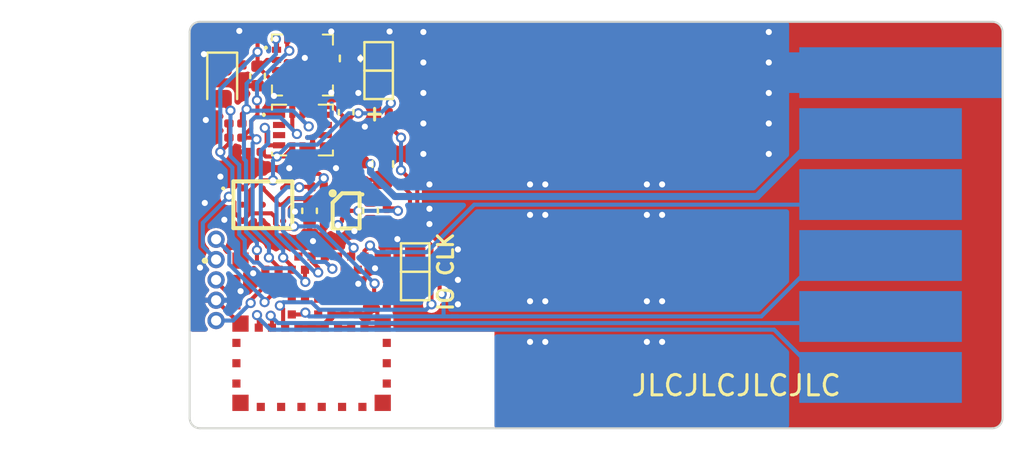
<source format=kicad_pcb>
(kicad_pcb (version 20211014) (generator pcbnew)
  (layers (0 "F.Cu" signal) (31 "B.Cu" signal) (34 "B.Paste" user) (35 "F.Paste" user) (36 "B.SilkS" user "B.Silkscreen") (37 "F.SilkS" user "F.Silkscreen") (38 "B.Mask" user) (39 "F.Mask" user) (44 "Edge.Cuts" user))
  (net 0 "")
  (net 1 "GND")
  (net 4 "SWDIO")
  (net 5 "SWDCLK")
  (net 9 "ADCBAT")
  (net 10 "ADCBATEN")
  (net 11 "LED")
  (net 13 "RST")
  (net 14 "CHGSTAT")
  (net 39 "VDD")
  (net 40 "VBUS")
  (net 41 "VBAT")
  (net 43 "Net-(IC1-Pad20)")
  (net 44 "INT")
  (net 45 "SCL")
  (net 46 "SDA")
  (net 47 "D+")
  (net 49 "D-")
  (net 50 "Dock")
  (net 51 "INT2")
  (net 52 "Net-(C13-Pad1)")
  (net 53 "SDAAUX")
  (net 54 "SCLAUX")
  (net 55 "Net-(D2-Pad2)")
  (net 60 "Net-(IC2-PadB1)")
  (net 61 "Net-(IC2-PadB2)")
  (net 70 "Net-(R9-Pad1)")
  (footprint "Capacitor_SMD:C_0201_0603Metric" (layer "F.Cu") (at 180.8 74.1)
    (fp_text reference "C10" hide)
    (fp_text value "0.1uF")
  )
  (footprint "Capacitor_SMD:C_0402_1005Metric" (layer "F.Cu") (at 181.9 77.8 -90)
    (fp_text reference "C4" hide)
    (fp_text value "1uF" hide)
  )
  (footprint "Resistor_SMD:R_0201_0603Metric" (layer "F.Cu") (at 179 76.3 -90)
    (fp_text reference "R8" hide)
    (fp_text value "510K")
  )
  (footprint "Capacitor_SMD:C_0603_1608Metric" (layer "F.Cu") (at 180.9 70.3 90)
    (fp_text reference "C13" hide)
    (fp_text value "10uF")
  )
  (footprint "Capacitor_SMD:C_0402_1005Metric" (layer "F.Cu") (at 176.341 71.164 -90)
    (fp_text reference "C12" hide)
    (fp_text value "1uF")
  )
  (footprint "Capacitor_SMD:C_0201_0603Metric" (layer "F.Cu") (at 176.2 74.9 180)
    (fp_text reference "C9" hide)
    (fp_text value "10nF")
  )
  (footprint "LED_SMD:LED_0603_1608Metric" (layer "F.Cu") (at 174.600002 71.5 -90)
    (fp_text reference "D1" hide)
    (fp_text value "LED")
  )
  (footprint "SamacSys_Parts:MMC5983MA" (layer "F.Cu") (at 178.55 70.625 90)
    (fp_text reference "IC3" hide)
    (fp_text value "MMC5983MA" hide)
  )
  (footprint "SamacSys_Parts:ISP1807LRRS" (layer "F.Cu") (at 179 83.75)
    (fp_text reference "IC1" hide)
    (fp_text value "ISP1807-LR-RS" hide)
  )
  (footprint "TestPoint:TestPoint_Pad_1.0x1.0mm" (layer "F.Cu") (at 184.1 81.5)
    (fp_text reference "TP9" hide)
    (fp_text value "TestPoint" hide)
  )
  (footprint "Resistor_SMD:R_0201_0603Metric" (layer "F.Cu") (at 182.8 73.3 -90)
    (fp_text reference "R10" hide)
    (fp_text value "10K")
  )
  (footprint "Capacitor_SMD:C_0402_1005Metric" (layer "F.Cu") (at 178.9 77.8 90)
    (fp_text reference "C3" hide)
    (fp_text value "1uF" hide)
  )
  (footprint "TestPoint:TestPoint_Pad_1.0x1.0mm" (layer "F.Cu") (at 182.3 70.2)
    (fp_text reference "TP2" hide)
    (fp_text value "TestPoint" hide)
  )
  (footprint "SamacSys_Parts:TPS82740ASIPR" (layer "F.Cu") (at 176.6 77.5)
    (fp_text reference "PS1" hide)
    (fp_text value "TPS82740ASIPR" hide)
  )
  (footprint "Resistor_SMD:R_0201_0603Metric" (layer "F.Cu") (at 175.6 70.3 90)
    (fp_text reference "R9" hide)
    (fp_text value "10")
  )
  (footprint "Resistor_SMD:R_0201_0603Metric" (layer "F.Cu") (at 175.25 74.2)
    (fp_text reference "R4" hide)
    (fp_text value "2.7K" hide)
  )
  (footprint "TestPoint:TestPoint_Pad_1.0x1.0mm" (layer "F.Cu") (at 182.3 71.6)
    (fp_text reference "TP1" hide)
    (fp_text value "TestPoint" hide)
  )
  (footprint "Resistor_SMD:R_0201_0603Metric" (layer "F.Cu") (at 179.6 78.2 90)
    (fp_text reference "R1" hide)
    (fp_text value "10K" hide)
  )
  (footprint "Resistor_SMD:R_0201_0603Metric" (layer "F.Cu") (at 179.6 76.9 90)
    (fp_text reference "R7" hide)
    (fp_text value "1M")
  )
  (footprint "Resistor_SMD:R_0201_0603Metric" (layer "F.Cu") (at 175.25 73.5)
    (fp_text reference "R5" hide)
    (fp_text value "2.7K" hide)
  )
  (footprint "TestPoint:TestPoint_Pad_1.0x1.0mm" (layer "F.Cu") (at 184.1 80.1)
    (fp_text reference "TP10" hide)
    (fp_text value "TestPoint" hide)
  )
  (footprint "Diode_SMD:D_0402_1005Metric" (layer "F.Cu") (at 181.5 75.9 90)
    (fp_text reference "D2" hide)
    (fp_text value "D")
  )
  (footprint "Capacitor_SMD:C_0603_1608Metric" (layer "F.Cu") (at 182.5 75.5 90)
    (fp_text reference "C8" hide)
    (fp_text value "4.7uF")
  )
  (footprint "SamacSys_Parts:BGA6C40P2X3_88X158X50" (layer "F.Cu") (at 180.7 77.8)
    (fp_text reference "IC2" hide)
    (fp_text value "BQ25101YFPR" hide)
  )
  (footprint "Resistor_SMD:R_0201_0603Metric" (layer "F.Cu") (at 182.7 78 -90)
    (fp_text reference "R2" hide)
    (fp_text value "540" hide)
  )
  (footprint "Capacitor_SMD:C_0402_1005Metric" (layer "F.Cu") (at 180.7 72.95 90)
    (fp_text reference "C11" hide)
    (fp_text value "2.2uF")
  )
  (footprint "Connector_PinHeader_1.00mm:PinHeader_1x05_P1.00mm_Horizontal" (layer "F.Cu") (at 174.3 83.2 180)
    (fp_text reference "J1" hide)
    (fp_text value "Conn_01x05_Male")
  )
  (footprint "SamacSys_Parts:IIM42352" (layer "F.Cu") (at 178.55 73.825)
    (fp_text reference "AC2" hide)
    (fp_text value "ICM-42688-V" hide)
  )
  (footprint "TestPoint:TestPoint_Pad_1.0x1.0mm" (layer "B.Cu") (at 208 71)
    (fp_text reference "TP3" hide)
    (fp_text value "TestPoint" hide)
  )
  (footprint "TestPoint:TestPoint_Pad_1.0x1.0mm" (layer "B.Cu") (at 207 77)
    (fp_text reference "TP5" hide)
    (fp_text value "TestPoint" hide)
  )
  (footprint "TestPoint:TestPoint_Pad_1.0x1.0mm" (layer "B.Cu") (at 207 86)
    (fp_text reference "TP8" hide)
    (fp_text value "TestPoint" hide)
  )
  (footprint "TestPoint:TestPoint_Pad_1.0x1.0mm" (layer "B.Cu") (at 207 80)
    (fp_text reference "TP6" hide)
    (fp_text value "TestPoint" hide)
  )
  (footprint "TestPoint:TestPoint_Pad_1.0x1.0mm" (layer "B.Cu") (at 207 83)
    (fp_text reference "TP7" hide)
    (fp_text value "TestPoint" hide)
  )
  (footprint "TestPoint:TestPoint_Pad_1.0x1.0mm" (layer "B.Cu") (at 207 74)
    (fp_text reference "TP4" hide)
    (fp_text value "TestPoint" hide)
  )
  (gr_line (start 173.5 88.5) (end 212.5 88.5) (layer "Edge.Cuts") (width 0.1))
  (gr_line (start 213 88) (end 213 69) (layer "Edge.Cuts") (width 0.1))
  (gr_arc (start 173 69) (mid 173.146447 68.646447) (end 173.5 68.5) (layer "Edge.Cuts") (width 0.1))
  (gr_arc (start 213 88) (mid 212.853553 88.353553) (end 212.5 88.5) (layer "Edge.Cuts") (width 0.1))
  (gr_line (start 212.5 68.5) (end 173.5 68.5) (layer "Edge.Cuts") (width 0.1))
  (gr_arc (start 212.5 68.5) (mid 212.853553 68.646447) (end 213 69) (layer "Edge.Cuts") (width 0.1))
  (gr_line (start 173 69) (end 173 88) (layer "Edge.Cuts") (width 0.1))
  (gr_arc (start 173.5 88.5) (mid 173.146447 88.353553) (end 173 88) (layer "Edge.Cuts") (width 0.1))
  (gr_text "+" (at 182.1 73.1 180) (layer "F.SilkS") (effects (font (size 0.75 0.75))))
  (gr_text "JLCJLCJLCJLC" (at 199.9 86.4) (layer "F.SilkS") (effects (font (size 1 1))))
  (gr_text "IO CLK" (at 185.6 80.8 90) (layer "F.SilkS") (effects (font (size 0.75 0.75))))
  (segment (start 180.7 72.1) (end 180.7 72.47) (width 0.2) (layer "F.Cu") (net 1))
  (segment (start 175.513 80.25) (end 176.14 80.877) (width 0.2) (layer "F.Cu") (net 1))
  (segment (start 181.12 74.1) (end 181.562 73.658) (width 0.2) (layer "F.Cu") (net 1))
  (segment (start 181.6 83.55) (end 182.3 83.55) (width 0.2) (layer "F.Cu") (net 1))
  (segment (start 179.825 71.375) (end 179.975 71.375) (width 0.2) (layer "F.Cu") (net 1))
  (segment (start 182.121 80.629) (end 181.906 80.844) (width 0.2) (layer "F.Cu") (net 1))
  (segment (start 179.975 83.064) (end 179.975 82.9) (width 0.3) (layer "F.Cu") (net 1))
  (segment (start 180.4375 71.8375) (end 180.7 72.1) (width 0.2) (layer "F.Cu") (net 1))
  (segment (start 181.6 83.55) (end 181.6 83.225) (width 0.2) (layer "F.Cu") (net 1))
  (segment (start 175.5 83.35) (end 175.45 83.35) (width 0.2) (layer "F.Cu") (net 1))
  (segment (start 175.5 80.25) (end 175.513 80.25) (width 0.2) (layer "F.Cu") (net 1))
  (segment (start 180.9 78.2) (end 181.1 78.4) (width 0.25) (layer "F.Cu") (net 1))
  (segment (start 181.12 74.1) (end 181.12 74.18) (width 0.2) (layer "F.Cu") (net 1))
  (segment (start 175.602 69.978) (end 175.6 69.98) (width 0.2) (layer "F.Cu") (net 1))
  (segment (start 179.65 83.389) (end 179.65 83.55) (width 0.3) (layer "F.Cu") (net 1))
  (segment (start 178.181 77.837) (end 178.457 77.837) (width 0.2) (layer "F.Cu") (net 1))
  (segment (start 181.906 80.844) (end 181.906 80.859) (width 0.2) (layer "F.Cu") (net 1))
  (segment (start 181.562 73.658) (end 181.621 73.658) (width 0.2) (layer "F.Cu") (net 1))
  (segment (start 179.975 71.375) (end 180.4375 71.8375) (width 0.2) (layer "F.Cu") (net 1))
  (segment (start 181.1 78.79) (end 181.106 78.796) (width 0.25) (layer "F.Cu") (net 1))
  (segment (start 182.5 83.35) (end 182.236 83.086) (width 0.2) (layer "F.Cu") (net 1))
  (segment (start 181.1 78.4) (end 181.6 78.4) (width 0.25) (layer "F.Cu") (net 1))
  (segment (start 182.243 83.093) (end 182.5 83.35) (width 0.2) (layer "F.Cu") (net 1))
  (segment (start 179.975 82.9) (end 180.625 82.9) (width 0.2) (layer "F.Cu") (net 1))
  (segment (start 180.7 72.52) (end 180.68 72.52) (width 0.2) (layer "F.Cu") (net 1))
  (segment (start 182.5 80.25) (end 182.121 80.629) (width 0.2) (layer "F.Cu") (net 1))
  (segment (start 182.3 83.55) (end 182.5 83.35) (width 0.2) (layer "F.Cu") (net 1))
  (segment (start 181.805 83.093) (end 182.243 83.093) (width 0.2) (layer "F.Cu") (net 1))
  (segment (start 178.457 77.837) (end 178.9 78.28) (width 0.2) (layer "F.Cu") (net 1))
  (segment (start 181.1 78.4) (end 181.1 78.79) (width 0.25) (layer "F.Cu") (net 1))
  (segment (start 179.8245 83.2145) (end 179.65 83.389) (width 0.3) (layer "F.Cu") (net 1))
  (segment (start 179.919 72.356) (end 179.088 72.356) (width 0.2) (layer "F.Cu") (net 1))
  (segment (start 181.12 74.18) (end 180.6 74.7) (width 0.2) (layer "F.Cu") (net 1))
  (segment (start 179.8245 83.2145) (end 179.975 83.064) (width 0.3) (layer "F.Cu") (net 1))
  (segment (start 181.6 83.225) (end 181.275 82.9) (width 0.2) (layer "F.Cu") (net 1))
  (segment (start 180.7 72.52) (end 180.7 72.6) (width 0.2) (layer "F.Cu") (net 1))
  (segment (start 175.45 83.35) (end 174.3 82.2) (width 0.2) (layer "F.Cu") (net 1))
  (segment (start 182.236 83.086) (end 182.236 82.642) (width 0.2) (layer "F.Cu") (net 1))
  (via (at 177.147 72.145) (size 0.5) (drill 0.3) (layers "F.Cu" "B.Cu") (net 1))
  (via (at 184.8 78.45) (size 0.5) (drill 0.3) (layers "F.Cu" "B.Cu") (net 1))
  (via (at 174.512 76.119) (size 0.5) (drill 0.3) (layers "F.Cu" "B.Cu") (net 1))
  (via (at 184.5 73.5) (size 0.5) (drill 0.3) (layers "F.Cu" "B.Cu") (net 1))
  (via (at 173.509 80.595) (size 0.5) (drill 0.3) (layers "F.Cu" "B.Cu") (net 1))
  (via (at 190.5 82.25) (size 0.5) (drill 0.3) (layers "F.Cu" "B.Cu") (net 1))
  (via (at 177.9 75.7) (size 0.5) (drill 0.3) (layers "F.Cu" "B.Cu") (net 1))
  (via (at 179.967 68.975) (size 0.5) (drill 0.3) (layers "F.Cu" "B.Cu") (net 1))
  (via (at 181.3 72) (size 0.5) (drill 0.3) (layers "F.Cu" "B.Cu") (net 1))
  (via (at 189.75 82.25) (size 0.5) (drill 0.3) (layers "F.Cu" "B.Cu") (net 1))
  (via (at 195.5 78) (size 0.5) (drill 0.3) (layers "F.Cu" "B.Cu") (net 1))
  (via (at 181.621 73.658) (size 0.5) (drill 0.3) (layers "F.Cu" "B.Cu") (net 1))
  (via (at 186.2 81.2) (size 0.5) (drill 0.3) (layers "F.Cu" "B.Cu") (net 1))
  (via (at 190.5 76.5) (size 0.5) (drill 0.3) (layers "F.Cu" "B.Cu") (net 1))
  (via (at 196.25 76.5) (size 0.5) (drill 0.3) (layers "F.Cu" "B.Cu") (net 1))
  (via (at 184.5 75) (size 0.5) (drill 0.3) (layers "F.Cu" "B.Cu") (net 1))
  (via (at 183.222 79.192) (size 0.5) (drill 0.3) (layers "F.Cu" "B.Cu") (net 1))
  (via (at 173.702 70.09) (size 0.5) (drill 0.3) (layers "F.Cu" "B.Cu") (net 1))
  (via (at 182.838 68.975) (size 0.5) (drill 0.3) (layers "F.Cu" "B.Cu") (net 1))
  (via (at 180.2 75.7) (size 0.5) (drill 0.3) (layers "F.Cu" "B.Cu") (net 1))
  (via (at 173.794 73.331) (size 0.5) (drill 0.3) (layers "F.Cu" "B.Cu") (net 1))
  (via (at 182.121 80.629) (size 0.5) (drill 0.3) (layers "F.Cu" "B.Cu") (net 1))
  (via (at 196.25 78) (size 0.5) (drill 0.3) (layers "F.Cu" "B.Cu") (net 1))
  (via (at 181.297 81.391) (size 0.5) (drill 0.3) (layers "F.Cu" "B.Cu") (net 1))
  (via (at 186.2 82.4) (size 0.5) (drill 0.3) (layers "F.Cu" "B.Cu") (net 1))
  (via (at 201.5 69) (size 0.5) (drill 0.3) (layers "F.Cu" "B.Cu") (net 1))
  (via (at 189.75 78) (size 0.5) (drill 0.3) (layers "F.Cu" "B.Cu") (net 1))
  (via (at 173.744 77.413) (size 0.5) (drill 0.3) (layers "F.Cu" "B.Cu") (net 1))
  (via (at 184.8 77.7) (size 0.5) (drill 0.3) (layers "F.Cu" "B.Cu") (net 1))
  (via (at 178.181 77.837) (size 0.5) (drill 0.3) (layers "F.Cu" "B.Cu") (net 1))
  (via (at 201.5 75) (size 0.5) (drill 0.3) (layers "F.Cu" "B.Cu") (net 1))
  (via (at 201.5 72) (size 0.5) (drill 0.3) (layers "F.Cu" "B.Cu") (net 1))
  (via (at 196.25 84.25) (size 0.5) (drill 0.3) (layers "F.Cu" "B.Cu") (net 1))
  (via (at 190.5 84.25) (size 0.5) (drill 0.3) (layers "F.Cu" "B.Cu") (net 1))
  (via (at 184.5 70.5) (size 0.5) (drill 0.3) (layers "F.Cu" "B.Cu") (net 1))
  (via (at 195.5 82.25) (size 0.5) (drill 0.3) (layers "F.Cu" "B.Cu") (net 1))
  (via (at 176.125 80.873) (size 0.5) (drill 0.3) (layers "F.Cu" "B.Cu") (net 1))
  (via (at 174.705 78.242) (size 0.5) (drill 0.3) (layers "F.Cu" "B.Cu") (net 1))
  (via (at 196.25 82.25) (size 0.5) (drill 0.3) (layers "F.Cu" "B.Cu") (net 1))
  (via (at 184.5 72) (size 0.5) (drill 0.3) (layers "F.Cu" "B.Cu") (net 1))
  (via (at 179.969 71.987) (size 0.5) (drill 0.3) (layers "F.Cu" "B.Cu") (net 1))
  (via (at 179.068 79.29) (size 0.5) (drill 0.3) (layers "F.Cu" "B.Cu") (net 1))
  (via (at 190.5 78) (size 0.5) (drill 0.3) (layers "F.Cu" "B.Cu") (net 1))
  (via (at 186.2 79.7) (size 0.5) (drill 0.3) (layers "F.Cu" "B.Cu") (net 1))
  (via (at 184.8 76.5) (size 0.5) (drill 0.3) (layers "F.Cu" "B.Cu") (net 1))
  (via (at 189.75 84.25) (size 0.5) (drill 0.3) (layers "F.Cu" "B.Cu") (net 1))
  (via (at 201.5 70.5) (size 0.5) (drill 0.3) (layers "F.Cu" "B.Cu") (net 1))
  (via (at 175.442 68.947) (size 0.5) (drill 0.3) (layers "F.Cu" "B.Cu") (net 1))
  (via (at 175.505 81.753) (size 0.5) (drill 0.3) (layers "F.Cu" "B.Cu") (net 1))
  (via (at 181.106 78.796) (size 0.5) (drill 0.3) (layers "F.Cu" "B.Cu") (net 1))
  (via (at 195.5 76.5) (size 0.5) (drill 0.3) (layers "F.Cu" "B.Cu") (net 1))
  (via (at 181.4 70.3) (size 0.5) (drill 0.3) (layers "F.Cu" "B.Cu") (net 1))
  (via (at 195.5 84.25) (size 0.5) (drill 0.3) (layers "F.Cu" "B.Cu") (net 1))
  (via (at 201.5 73.5) (size 0.5) (drill 0.3) (layers "F.Cu" "B.Cu") (net 1))
  (via (at 178.667 70.274) (size 0.5) (drill 0.3) (layers "F.Cu" "B.Cu") (net 1))
  (via (at 184.5 69) (size 0.5) (drill 0.3) (layers "F.Cu" "B.Cu") (net 1))
  (via (at 189.75 76.5) (size 0.5) (drill 0.3) (layers "F.Cu" "B.Cu") (net 1))
  (segment (start 208 71) (end 200.25 71) (width 2) (layer "B.Cu") (net 1))
  (segment (start 183.8 81.8) (end 184.1 81.5) (width 0.2) (layer "F.Cu") (net 4))
  (segment (start 182.7 81.8) (end 183.8 81.8) (width 0.2) (layer "F.Cu") (net 4))
  (segment (start 182.7 81.15) (end 183.05 81.15) (width 0.2) (layer "F.Cu") (net 5))
  (segment (start 183.05 81.15) (end 184.1 80.1) (width 0.2) (layer "F.Cu") (net 5))
  (segment (start 179.38 75.98) (end 179 75.98) (width 0.2) (layer "F.Cu") (net 9))
  (segment (start 179.6 76.2) (end 179.38 75.98) (width 0.2) (layer "F.Cu") (net 9))
  (segment (start 179.65 80.28) (end 179.65 80.05) (width 0.2) (layer "F.Cu") (net 9))
  (segment (start 180.022 80.652) (end 179.65 80.28) (width 0.2) (layer "F.Cu") (net 9))
  (segment (start 179.6 76.58) (end 179.6 76.2) (width 0.2) (layer "F.Cu") (net 9))
  (via (at 180.022 80.652) (size 0.5) (drill 0.3) (layers "F.Cu" "B.Cu") (net 9))
  (via (at 179.6 76.2) (size 0.5) (drill 0.3) (layers "F.Cu" "B.Cu") (net 9))
  (segment (start 177.599511 77.621489) (end 178.038 77.183) (width 0.2) (layer "B.Cu") (net 9))
  (segment (start 178.038 77.183) (end 178.617 77.183) (width 0.2) (layer "B.Cu") (net 9))
  (segment (start 178.617 77.183) (end 179.6 76.2) (width 0.2) (layer "B.Cu") (net 9))
  (segment (start 179.685 80.315) (end 179.113 80.315) (width 0.2) (layer "B.Cu") (net 9))
  (segment (start 180.022 80.652) (end 179.685 80.315) (width 0.2) (layer "B.Cu") (net 9))
  (segment (start 177.599511 78.801511) (end 177.599511 77.621489) (width 0.2) (layer "B.Cu") (net 9))
  (segment (start 179.113 80.315) (end 177.599511 78.801511) (width 0.2) (layer "B.Cu") (net 9))
  (segment (start 178.413 76.62) (end 178.395 76.638) (width 0.2) (layer "F.Cu") (net 10))
  (segment (start 179 80.273489) (end 179 80.05) (width 0.2) (layer "F.Cu") (net 10))
  (segment (start 179 76.62) (end 178.413 76.62) (width 0.2) (layer "F.Cu") (net 10))
  (segment (start 179.323 80.835) (end 179.323 80.596489) (width 0.2) (layer "F.Cu") (net 10))
  (segment (start 179.323 80.596489) (end 179 80.273489) (width 0.2) (layer "F.Cu") (net 10))
  (via (at 178.395 76.638) (size 0.5) (drill 0.3) (layers "F.Cu" "B.Cu") (net 10))
  (via (at 179.323 80.835) (size 0.5) (drill 0.3) (layers "F.Cu" "B.Cu") (net 10))
  (segment (start 179.17 80.835) (end 177.273 78.938) (width 0.2) (layer "B.Cu") (net 10))
  (segment (start 177.785 76.638) (end 178.395 76.638) (width 0.2) (layer "B.Cu") (net 10))
  (segment (start 177.273 77.15) (end 177.785 76.638) (width 0.2) (layer "B.Cu") (net 10))
  (segment (start 179.323 80.835) (end 179.17 80.835) (width 0.2) (layer "B.Cu") (net 10))
  (segment (start 177.273 78.938) (end 177.273 77.15) (width 0.2) (layer "B.Cu") (net 10))
  (segment (start 174.600002 72.461002) (end 175.008 72.869) (width 0.2) (layer "F.Cu") (net 11))
  (segment (start 174.600002 72.2875) (end 174.600002 72.461002) (width 0.2) (layer "F.Cu") (net 11))
  (segment (start 178.675 80.7) (end 178.675 81.279) (width 0.2) (layer "F.Cu") (net 11))
  (segment (start 178.675 81.279) (end 178.692 81.296) (width 0.2) (layer "F.Cu") (net 11))
  (via (at 175.008 72.869) (size 0.5) (drill 0.3) (layers "F.Cu" "B.Cu") (net 11))
  (via (at 178.692 81.296) (size 0.5) (drill 0.3) (layers "F.Cu" "B.Cu") (net 11))
  (segment (start 176.655 80.625) (end 176.375 80.345) (width 0.2) (layer "B.Cu") (net 11))
  (segment (start 175.438 75.54) (end 175.008 75.11) (width 0.2) (layer "B.Cu") (net 11))
  (segment (start 178.692 81.296) (end 178.021 80.625) (width 0.2) (layer "B.Cu") (net 11))
  (segment (start 178.021 80.625) (end 176.655 80.625) (width 0.2) (layer "B.Cu") (net 11))
  (segment (start 175.713 79.239) (end 175.438 78.964) (width 0.2) (layer "B.Cu") (net 11))
  (segment (start 175.008 75.11) (end 175.008 72.795) (width 0.2) (layer "B.Cu") (net 11))
  (segment (start 175.438 78.964) (end 175.438 75.54) (width 0.2) (layer "B.Cu") (net 11))
  (segment (start 176.161 80.345) (end 175.713 79.897) (width 0.2) (layer "B.Cu") (net 11))
  (segment (start 175.713 79.897) (end 175.713 79.239) (width 0.2) (layer "B.Cu") (net 11))
  (segment (start 176.375 80.345) (end 176.161 80.345) (width 0.2) (layer "B.Cu") (net 11))
  (segment (start 182.8 73.62) (end 182.82 73.62) (width 0.2) (layer "F.Cu") (net 13))
  (segment (start 178.603 82.9) (end 178.692 82.811) (width 0.2) (layer "F.Cu") (net 13))
  (segment (start 178.025 82.9) (end 178.603 82.9) (width 0.2) (layer "F.Cu") (net 13))
  (segment (start 184.873489 78.973489) (end 185.3 79.4) (width 0.2) (layer "F.Cu") (net 13))
  (segment (start 185.3 81.8) (end 185.4 81.9) (width 0.2) (layer "F.Cu") (net 13))
  (segment (start 183.4 75.8) (end 184.2 76.6) (width 0.2) (layer "F.Cu") (net 13))
  (segment (start 182.82 73.62) (end 183.4 74.2) (width 0.2) (layer "F.Cu") (net 13))
  (segment (start 184.573489 78.973489) (end 184.873489 78.973489) (width 0.2) (layer "F.Cu") (net 13))
  (segment (start 184.2 78.6) (end 184.573489 78.973489) (width 0.2) (layer "F.Cu") (net 13))
  (segment (start 185.3 79.4) (end 185.3 81.8) (width 0.2) (layer "F.Cu") (net 13))
  (segment (start 184.2 76.6) (end 184.2 78.6) (width 0.2) (layer "F.Cu") (net 13))
  (via (at 183.4 74.2) (size 0.5) (drill 0.3) (layers "F.Cu" "B.Cu") (net 13))
  (via (at 183.4 75.8) (size 0.5) (drill 0.3) (layers "F.Cu" "B.Cu") (net 13))
  (via (at 178.692 82.811) (size 0.5) (drill 0.3) (layers "F.Cu" "B.Cu") (net 13))
  (via (at 185.4 81.9) (size 0.5) (drill 0.3) (layers "F.Cu" "B.Cu") (net 13))
  (segment (start 185.495501 82.995501) (end 185.495501 81.995501) (width 0.2) (layer "B.Cu") (net 13))
  (segment (start 201.133499 82.995501) (end 204.25 79.879) (width 0.2) (layer "B.Cu") (net 13))
  (segment (start 185.895501 82.995501) (end 186.204499 82.995501) (width 0.2) (layer "B.Cu") (net 13))
  (segment (start 178.876501 82.995501) (end 185.495501 82.995501) (width 0.2) (layer "B.Cu") (net 13))
  (segment (start 204.25 80) (end 207 80) (width 0.2) (layer "B.Cu") (net 13))
  (segment (start 185.495501 81.995501) (end 185.4 81.9) (width 0.2) (layer "B.Cu") (net 13))
  (segment (start 178.692 82.811) (end 178.876501 82.995501) (width 0.2) (layer "B.Cu") (net 13))
  (segment (start 183.4 74.2) (end 183.4 75.8) (width 0.2) (layer "B.Cu") (net 13))
  (segment (start 185.495501 82.995501) (end 185.895501 82.995501) (width 0.2) (layer "B.Cu") (net 13))
  (segment (start 185.895501 82.995501) (end 201.133499 82.995501) (width 0.2) (layer "B.Cu") (net 13))
  (segment (start 204.25 79.879) (end 204.25 79.5) (width 0.2) (layer "B.Cu") (net 13))
  (segment (start 180.95 79.742) (end 181.069 79.623) (width 0.2) (layer "F.Cu") (net 14))
  (segment (start 180.5 78.2) (end 180.5 78.3) (width 0.2) (layer "F.Cu") (net 14))
  (segment (start 180.95 80.05) (end 180.95 79.742) (width 0.2) (layer "F.Cu") (net 14))
  (segment (start 180.5 78.3) (end 180.3 78.5) (width 0.2) (layer "F.Cu") (net 14))
  (via (at 181.069 79.623) (size 0.5) (drill 0.3) (layers "F.Cu" "B.Cu") (net 14))
  (via (at 180.3 78.5) (size 0.5) (drill 0.3) (layers "F.Cu" "B.Cu") (net 14))
  (segment (start 180.3 78.5) (end 180.3 78.854) (width 0.2) (layer "B.Cu") (net 14))
  (segment (start 180.3 78.854) (end 181.069 79.623) (width 0.2) (layer "B.Cu") (net 14))
  (segment (start 182.476511 82.226511) (end 182.401267 82.226511) (width 0.2) (layer "F.Cu") (net 39))
  (segment (start 182.75 82.5) (end 182.7 82.45) (width 0.2) (layer "F.Cu") (net 39))
  (segment (start 180.7 73.48) (end 180.82 73.48) (width 0.2) (layer "F.Cu") (net 39))
  (segment (start 177.2 78.432468) (end 177.2 78.1) (width 0.2) (layer "F.Cu") (net 39))
  (segment (start 174.93 74.484) (end 174.507 74.907) (width 0.2) (layer "F.Cu") (net 39))
  (segment (start 179.3 68.925) (end 179.178 68.803) (width 0.2) (layer "F.Cu") (net 39))
  (segment (start 177.647 75.128) (end 178.05 74.725) (width 0.2) (layer "F.Cu") (net 39))
  (segment (start 181.13 73) (end 180.7 73.43) (width 0.2) (layer "F.Cu") (net 39))
  (segment (start 176.341 69.978) (end 176.341 69.459) (width 0.2) (layer "F.Cu") (net 39))
  (segment (start 179.3 69.35) (end 179.3 68.925) (width 0.2) (layer "F.Cu") (net 39))
  (segment (start 177.023489 77.923489) (end 175.976511 77.923489) (width 0.2) (layer "F.Cu") (net 39))
  (segment (start 175.6 78.3) (end 175.198 77.898) (width 0.2) (layer "F.Cu") (net 39))
  (segment (start 181.3 73) (end 181.13 73) (width 0.2) (layer "F.Cu") (net 39))
  (segment (start 182.401267 82.226511) (end 182.077 81.902244) (width 0.2) (layer "F.Cu") (net 39))
  (segment (start 174.93 73.5) (end 174.93 74.2) (width 0.2) (layer "F.Cu") (net 39))
  (segment (start 182.077 81.902244) (end 182.077 81.401) (width 0.2) (layer "F.Cu") (net 39))
  (segment (start 180.100152 72.698489) (end 180.7 73.298337) (width 0.2) (layer "F.Cu") (net 39))
  (segment (start 180.48 73.65) (end 180.48 74.1) (width 0.2) (layer "F.Cu") (net 39))
  (segment (start 176.498 70.684) (end 176.807 70.375) (width 0.2) (layer "F.Cu") (net 39))
  (segment (start 177.293 75.128) (end 177.647 75.128) (width 0.2) (layer "F.Cu") (net 39))
  (segment (start 180.7 73.43) (end 180.48 73.65) (width 0.2) (layer "F.Cu") (net 39))
  (segment (start 175.6 78.3) (end 175.976511 77.923489) (width 0.2) (layer "F.Cu") (net 39))
  (segment (start 180.7 73.298337) (end 180.7 73.43) (width 0.2) (layer "F.Cu") (net 39))
  (segment (start 176.467532 76.3) (end 177.1 76.3) (width 0.2) (layer "F.Cu") (net 39))
  (segment (start 177.275 71.375) (end 177.032 71.375) (width 0.2) (layer "F.Cu") (net 39))
  (segment (start 178.137 78.567) (end 178.027489 78.676511) (width 0.2) (layer "F.Cu") (net 39))
  (segment (start 175.198 77.898) (end 175.198 77.371) (width 0.2) (layer "F.Cu") (net 39))
  (segment (start 178.027489 78.676511) (end 177.444043 78.676511) (width 0.2) (layer "F.Cu") (net 39))
  (segment (start 182.077 81.401) (end 182.1 81.378) (width 0.2) (layer "F.Cu") (net 39))
  (segment (start 182.8 72.6) (end 182.9 72.5) (width 0.2) (layer "F.Cu") (net 39))
  (segment (start 175.198 77.371) (end 174.931 77.104) (width 0.2) (layer "F.Cu") (net 39))
  (segment (start 176.748 75.128) (end 176.52 74.9) (width 0.2) (layer "F.Cu") (net 39))
  (segment (start 179.276511 72.698489) (end 179.05 72.925) (width 0.2) (layer "F.Cu") (net 39))
  (segment (start 182.7 82.45) (end 182.476511 82.226511) (width 0.2) (layer "F.Cu") (net 39))
  (segment (start 175.976511 77.923489) (end 175.976511 76.791021) (width 0.2) (layer "F.Cu") (net 39))
  (segment (start 177.444043 78.676511) (end 177.2 78.432468) (width 0.2) (layer "F.Cu") (net 39))
  (segment (start 176.341 70.684) (end 176.341 69.978) (width 0.2) (layer "F.Cu") (net 39))
  (segment (start 179.7 74.575) (end 180.005 74.575) (width 0.2) (layer "F.Cu") (net 39))
  (segment (start 176.341 70.684) (end 176.498 70.684) (width 0.2) (layer "F.Cu") (net 39))
  (segment (start 176.807 70.375) (end 177.275 70.375) (width 0.2) (layer "F.Cu") (net 39))
  (segment (start 175.976511 76.791021) (end 176.467532 76.3) (width 0.2) (layer "F.Cu") (net 39))
  (segment (start 177.2 78.1) (end 177.023489 77.923489) (width 0.2) (layer "F.Cu") (net 39))
  (segment (start 180.005 74.575) (end 180.48 74.1) (width 0.2) (layer "F.Cu") (net 39))
  (segment (start 182.7 82.45) (end 182.775 82.45) (width 0.2) (layer "F.Cu") (net 39))
  (segment (start 180.100152 72.698489) (end 179.276511 72.698489) (width 0.2) (layer "F.Cu") (net 39))
  (segment (start 174.93 74.2) (end 174.93 74.484) (width 0.2) (layer "F.Cu") (net 39))
  (segment (start 177.032 71.375) (end 176.341 70.684) (width 0.2) (layer "F.Cu") (net 39))
  (segment (start 182.8 72.98) (end 182.8 72.6) (width 0.2) (layer "F.Cu") (net 39))
  (segment (start 179.178 68.803) (end 176.997 68.803) (width 0.2) (layer "F.Cu") (net 39))
  (segment (start 176.341 69.459) (end 176.997 68.803) (width 0.2) (layer "F.Cu") (net 39))
  (segment (start 177.293 75.128) (end 176.748 75.128) (width 0.2) (layer "F.Cu") (net 39))
  (via (at 178.137 78.567) (size 0.5) (drill 0.3) (layers "F.Cu" "B.Cu") (net 39))
  (via (at 181.3 73) (size 0.5) (drill 0.3) (layers "F.Cu" "B.Cu") (net 39))
  (via (at 182.1 81.378) (size 0.5) (drill 0.3) (layers "F.Cu" "B.Cu") (net 39))
  (via (at 182.9 72.5) (size 0.5) (drill 0.3) (layers "F.Cu" "B.Cu") (net 39))
  (via (at 174.931 77.104) (size 0.5) (drill 0.3) (layers "F.Cu" "B.Cu") (net 39))
  (via (at 176.341 69.978) (size 0.5) (drill 0.3) (layers "F.Cu" "B.Cu") (net 39))
  (via (at 177.1 76.3) (size 0.5) (drill 0.3) (layers "F.Cu" "B.Cu") (net 39))
  (via (at 177.293 75.128) (size 0.5) (drill 0.3) (layers "F.Cu" "B.Cu") (net 39))
  (via (at 174.507 74.907) (size 0.5) (drill 0.3) (layers "F.Cu" "B.Cu") (net 39))
  (segment (start 179.985 73.185) (end 179.985 72.512) (width 0.2) (layer "B.Cu") (net 39))
  (segment (start 177.293 75.128) (end 177.876 74.545) (width 0.2) (layer "B.Cu") (net 39))
  (segment (start 177.1 75.321) (end 177.293 75.128) (width 0.2) (layer "B.Cu") (net 39))
  (segment (start 181.3 73) (end 182.4 73) (width 0.2) (layer "B.Cu") (net 39))
  (segment (start 179.279 74.545) (end 179.939 73.885) (width 0.2) (layer "B.Cu") (net 39))
  (segment (start 180.3305 73.4935) (end 179.985 73.839) (width 0.2) (layer "B.Cu") (net 39))
  (segment (start 182.4 73) (end 182.9 72.5) (width 0.2) (layer "B.Cu") (net 39))
  (segment (start 173.648489 79.548489) (end 173.648489 78.386511) (width 0.2) (layer "B.Cu") (net 39))
  (segment (start 173.648489 78.386511) (end 174.931 77.104) (width 0.2) (layer "B.Cu") (net 39))
  (segment (start 174.507 72.203) (end 174.507 74.907) (width 0.2) (layer "B.Cu") (net 39))
  (segment (start 174.507 75.077) (end 174.507 74.907) (width 0.2) (layer "B.Cu") (net 39))
  (segment (start 182.087 81.378) (end 179.276 78.567) (width 0.2) (layer "B.Cu") (net 39))
  (segment (start 179.939 73.885) (end 179.985 73.839) (width 0.2) (layer "B.Cu") (net 39))
  (segment (start 182.1 81.378) (end 182.087 81.378) (width 0.2) (layer "B.Cu") (net 39))
  (segment (start 174.931 77.104) (end 175.1 76.935) (width 0.2) (layer "B.Cu") (net 39))
  (segment (start 179.276 78.567) (end 178.137 78.567) (width 0.2) (layer "B.Cu") (net 39))
  (segment (start 180.824 73) (end 180.3305 73.4935) (width 0.2) (layer "B.Cu") (net 39))
  (segment (start 174.507 71.812) (end 174.884 71.435) (width 0.2) (layer "B.Cu") (net 39))
  (segment (start 174.3 80.2) (end 173.648489 79.548489) (width 0.2) (layer "B.Cu") (net 39))
  (segment (start 174.884 71.435) (end 176.341 69.978) (width 0.2) (layer "B.Cu") (net 39))
  (segment (start 177.876 74.545) (end 179.279 74.545) (width 0.2) (layer "B.Cu") (net 39))
  (segment (start 175.1 75.67) (end 174.507 75.077) (width 0.2) (layer "B.Cu") (net 39))
  (segment (start 180.2935 73.4935) (end 179.985 73.185) (width 0.2) (layer "B.Cu") (net 39))
  (segment (start 175.1 76.935) (end 175.1 75.67) (width 0.2) (layer "B.Cu") (net 39))
  (segment (start 181.3 73) (end 180.824 73) (width 0.2) (layer "B.Cu") (net 39))
  (segment (start 177.1 76.3) (end 177.1 75.321) (width 0.2) (layer "B.Cu") (net 39))
  (segment (start 174.507 72.203) (end 174.507 71.812) (width 0.2) (layer "B.Cu") (net 39))
  (segment (start 180.3305 73.4935) (end 180.2935 73.4935) (width 0.2) (layer "B.Cu") (net 39))
  (segment (start 183.841 76.947402) (end 183.841 78.841) (width 0.2) (layer "F.Cu") (net 40))
  (segment (start 180.9 77.4) (end 181.1 77.2) (width 0.25) (layer "F.Cu") (net 40))
  (segment (start 181.56 77.181) (end 181.761 77.181) (width 0.2) (layer "F.Cu") (net 40))
  (segment (start 177.598489 82.622489) (end 177.44 82.464) (width 0.2) (layer "F.Cu") (net 40))
  (segment (start 184.9 79.5) (end 184.9 82.4) (width 0.2) (layer "F.Cu") (net 40))
  (segment (start 177.7 83.55) (end 177.598489 83.448489) (width 0.2) (layer "F.Cu") (net 40))
  (segment (start 181.9 76.785) (end 181.5 76.385) (width 0.2) (layer "F.Cu") (net 40))
  (segment (start 184.3 79.3) (end 184.7 79.3) (width 0.2) (layer "F.Cu") (net 40))
  (segment (start 181.61 76.275) (end 181.5 76.385) (width 0.2) (layer "F.Cu") (net 40))
  (segment (start 177.598489 83.448489) (end 177.598489 82.622489) (width 0.2) (layer "F.Cu") (net 40))
  (segment (start 182.5 76.275) (end 183.168598 76.275) (width 0.2) (layer "F.Cu") (net 40))
  (segment (start 184.7 79.3) (end 184.9 79.5) (width 0.2) (layer "F.Cu") (net 40))
  (segment (start 181.1 77.2) (end 181.6 77.2) (width 0.25) (layer "F.Cu") (net 40))
  (segment (start 181.761 77.181) (end 181.9 77.32) (width 0.2) (layer "F.Cu") (net 40))
  (segment (start 183.841 78.841) (end 184.3 79.3) (width 0.2) (layer "F.Cu") (net 40))
  (segment (start 181.9 77.32) (end 181.9 76.785) (width 0.2) (layer "F.Cu") (net 40))
  (segment (start 182.5 76.275) (end 181.61 76.275) (width 0.2) (layer "F.Cu") (net 40))
  (segment (start 183.168598 76.275) (end 183.841 76.947402) (width 0.2) (layer "F.Cu") (net 40))
  (via (at 184.9 82.4) (size 0.5) (drill 0.3) (layers "F.Cu" "B.Cu") (net 40))
  (via (at 177.44 82.464) (size 0.5) (drill 0.3) (layers "F.Cu" "B.Cu") (net 40))
  (segment (start 179.371 82.668) (end 179.003 82.3) (width 0.2) (layer "B.Cu") (net 40))
  (segment (start 184.9 82.4) (end 184.632 82.668) (width 0.2) (layer "B.Cu") (net 40))
  (segment (start 184.632 82.668) (end 179.371 82.668) (width 0.2) (layer "B.Cu") (net 40))
  (segment (start 179.003 82.3) (end 177.604 82.3) (width 0.2) (layer "B.Cu") (net 40))
  (segment (start 177.604 82.3) (end 177.44 82.464) (width 0.2) (layer "B.Cu") (net 40))
  (segment (start 179.79848 77.19848) (end 179.8 77.2) (width 0.25) (layer "F.Cu") (net 41))
  (segment (start 180.916 76.584) (end 180.3 77.2) (width 0.25) (layer "F.Cu") (net 41))
  (segment (start 182.3 73.728) (end 180.916 75.112) (width 0.25) (layer "F.Cu") (net 41))
  (segment (start 177.6 78.3) (end 177.6 77.5) (width 0.2) (layer "F.Cu") (net 41))
  (segment (start 180.5 77.4) (end 180.3 77.2) (width 0.25) (layer "F.Cu") (net 41))
  (segment (start 177.6 77.5) (end 177.4 77.5) (width 0.2) (layer "F.Cu") (net 41))
  (segment (start 179.8 77.2) (end 180.3 77.2) (width 0.25) (layer "F.Cu") (net 41))
  (segment (start 182.3 71.6) (end 182.3 73.728) (width 0.25) (layer "F.Cu") (net 41))
  (segment (start 177.90152 77.19848) (end 179.79848 77.19848) (width 0.25) (layer "F.Cu") (net 41))
  (segment (start 177.4 77.5) (end 176.6 76.7) (width 0.2) (layer "F.Cu") (net 41))
  (segment (start 180.916 75.112) (end 180.916 76.584) (width 0.25) (layer "F.Cu") (net 41))
  (segment (start 177.6 77.5) (end 177.90152 77.19848) (width 0.25) (layer "F.Cu") (net 41))
  (segment (start 180.95 83.55) (end 180.3 83.55) (width 0.2) (layer "F.Cu") (net 43))
  (segment (start 177.4 74.575) (end 176.9 74.575) (width 0.2) (layer "F.Cu") (net 44))
  (segment (start 178.025 80.525) (end 177.6 80.1) (width 0.2) (layer "F.Cu") (net 44))
  (segment (start 178.025 80.7) (end 178.025 80.525) (width 0.2) (layer "F.Cu") (net 44))
  (segment (start 176.9 74.575) (end 176.786501 74.461501) (width 0.2) (layer "F.Cu") (net 44))
  (segment (start 176.786501 74.461501) (end 176.786501 73.806501) (width 0.2) (layer "F.Cu") (net 44))
  (segment (start 176.786501 73.806501) (end 176.698 73.718) (width 0.2) (layer "F.Cu") (net 44))
  (via (at 176.698 73.718) (size 0.5) (drill 0.3) (layers "F.Cu" "B.Cu") (net 44))
  (via (at 177.6 80.1) (size 0.5) (drill 0.3) (layers "F.Cu" "B.Cu") (net 44))
  (segment (start 176.866 73.886) (end 176.698 73.718) (width 0.2) (layer "B.Cu") (net 44))
  (segment (start 176.862 74.48) (end 176.866 74.48) (width 0.2) (layer "B.Cu") (net 44))
  (segment (start 177.6 80.1) (end 177.6 79.728) (width 0.2) (layer "B.Cu") (net 44))
  (segment (start 177.6 79.728) (end 176.5 78.628) (width 0.2) (layer "B.Cu") (net 44))
  (segment (start 176.5 78.628) (end 176.5 74.842) (width 0.2) (layer "B.Cu") (net 44))
  (segment (start 176.5 74.842) (end 176.862 74.48) (width 0.2) (layer "B.Cu") (net 44))
  (segment (start 176.866 74.48) (end 176.866 73.886) (width 0.2) (layer "B.Cu") (net 44))
  (segment (start 178.55 72.925) (end 178.55 73.339) (width 0.2) (layer "F.Cu") (net 45))
  (segment (start 177.275 69.875) (end 177.275 69.379) (width 0.25) (layer "F.Cu") (net 45))
  (segment (start 175.57 73.5) (end 175.57 73.03) (width 0.2) (layer "F.Cu") (net 45))
  (segment (start 176.311 80.286) (end 176.725 80.7) (width 0.2) (layer "F.Cu") (net 45))
  (segment (start 178.55 73.339) (end 178.858 73.647) (width 0.2) (layer "F.Cu") (net 45))
  (segment (start 177.275 69.379) (end 177.241 69.345) (width 0.25) (layer "F.Cu") (net 45))
  (segment (start 175.57 73.03) (end 175.8 72.8) (width 0.2) (layer "F.Cu") (net 45))
  (segment (start 176.311 79.736) (end 176.311 80.286) (width 0.2) (layer "F.Cu") (net 45))
  (via (at 175.8 72.8) (size 0.5) (drill 0.3) (layers "F.Cu" "B.Cu") (net 45))
  (via (at 176.311 79.736) (size 0.5) (drill 0.3) (layers "F.Cu" "B.Cu") (net 45))
  (via (at 178.858 73.647) (size 0.5) (drill 0.3) (layers "F.Cu" "B.Cu") (net 45))
  (via (at 177.241 69.345) (size 0.5) (drill 0.3) (layers "F.Cu" "B.Cu") (net 45))
  (segment (start 178.858 73.647) (end 178.081501 72.870501) (width 0.2) (layer "B.Cu") (net 45))
  (segment (start 175.8 72.8) (end 175.8 71.541) (width 0.2) (layer "B.Cu") (net 45))
  (segment (start 175.8 71.541) (end 177.241 70.1) (width 0.2) (layer "B.Cu") (net 45))
  (segment (start 177.241 70.1) (end 177.241 69.345) (width 0.2) (layer "B.Cu") (net 45))
  (segment (start 175.8 72.8) (end 175.67 72.93) (width 0.2) (layer "B.Cu") (net 45))
  (segment (start 175.67 75.248) (end 175.773 75.351) (width 0.2) (layer "B.Cu") (net 45))
  (segment (start 175.773 78.825) (end 176.311 79.363) (width 0.2) (layer "B.Cu") (net 45))
  (segment (start 178.081501 72.870501) (end 175.870501 72.870501) (width 0.2) (layer "B.Cu") (net 45))
  (segment (start 175.870501 72.870501) (end 175.8 72.8) (width 0.2) (layer "B.Cu") (net 45))
  (segment (start 176.311 79.363) (end 176.311 79.736) (width 0.2) (layer "B.Cu") (net 45))
  (segment (start 175.67 72.93) (end 175.67 75.248) (width 0.2) (layer "B.Cu") (net 45))
  (segment (start 175.773 75.351) (end 175.773 78.825) (width 0.2) (layer "B.Cu") (net 45))
  (segment (start 177.8 69.35) (end 177.8 69.821) (width 0.2) (layer "F.Cu") (net 46))
  (segment (start 178.05 72.925) (end 178.05 73.789) (width 0.2) (layer "F.Cu") (net 46))
  (segment (start 176.02652 73.38648) (end 176.337 73.076) (width 0.2) (layer "F.Cu") (net 46))
  (segment (start 177.8 69.821) (end 177.902 69.923) (width 0.2) (layer "F.Cu") (net 46))
  (segment (start 178.05 73.789) (end 178.279 74.018) (width 0.2) (layer "F.Cu") (net 46))
  (segment (start 176.02652 73.74348) (end 176.02652 73.38648) (width 0.2) (layer "F.Cu") (net 46))
  (segment (start 177.375 80.7) (end 177.375 80.581402) (width 0.2) (layer "F.Cu") (net 46))
  (segment (start 176.312 72.365) (end 176.337 72.39) (width 0.2) (layer "F.Cu") (net 46))
  (segment (start 177.375 80.581402) (end 176.9 80.106402) (width 0.2) (layer "F.Cu") (net 46))
  (segment (start 176.9 80.106402) (end 176.9 80.1) (width 0.2) (layer "F.Cu") (net 46))
  (segment (start 175.57 74.2) (end 176.206 74.2) (width 0.2) (layer "F.Cu") (net 46))
  (segment (start 176.337 72.39) (end 176.337 73.076) (width 0.2) (layer "F.Cu") (net 46))
  (segment (start 176.206 74.2) (end 176.287 74.281) (width 0.2) (layer "F.Cu") (net 46))
  (segment (start 175.57 74.2) (end 176.02652 73.74348) (width 0.2) (layer "F.Cu") (net 46))
  (via (at 176.287 74.281) (size 0.5) (drill 0.3) (layers "F.Cu" "B.Cu") (net 46))
  (via (at 177.902 69.923) (size 0.5) (drill 0.3) (layers "F.Cu" "B.Cu") (net 46))
  (via (at 176.312 72.365) (size 0.5) (drill 0.3) (layers "F.Cu" "B.Cu") (net 46))
  (via (at 176.9 80.1) (size 0.5) (drill 0.3) (layers "F.Cu" "B.Cu") (net 46))
  (via (at 178.279 74.018) (size 0.5) (drill 0.3) (layers "F.Cu" "B.Cu") (net 46))
  (segment (start 177.461 73.2) (end 176.2 73.2) (width 0.2) (layer "B.Cu") (net 46))
  (segment (start 176.312 72.365) (end 176.312 71.513) (width 0.2) (layer "B.Cu") (net 46))
  (segment (start 176.2 73.2) (end 176.0325 73.3675) (width 0.2) (layer "B.Cu") (net 46))
  (segment (start 176.0325 74.0265) (end 176.287 74.281) (width 0.2) (layer "B.Cu") (net 46))
  (segment (start 176.1 78.689756) (end 176.1 74.468) (width 0.2) (layer "B.Cu") (net 46))
  (segment (start 176.9 79.489756) (end 176.1 78.689756) (width 0.2) (layer "B.Cu") (net 46))
  (segment (start 176.1 74.468) (end 176.287 74.281) (width 0.2) (layer "B.Cu") (net 46))
  (segment (start 177.902 69.923) (end 177.042 70.783) (width 0.2) (layer "B.Cu") (net 46))
  (segment (start 178.279 74.018) (end 177.461 73.2) (width 0.2) (layer "B.Cu") (net 46))
  (segment (start 176.9 80.1) (end 176.9 79.489756) (width 0.2) (layer "B.Cu") (net 46))
  (segment (start 176.312 71.513) (end 177.042 70.783) (width 0.2) (layer "B.Cu") (net 46))
  (segment (start 176.0325 73.3675) (end 176.0325 74.0265) (width 0.2) (layer "B.Cu") (net 46))
  (segment (start 176.4 83.016) (end 176.315 82.931) (width 0.2) (layer "F.Cu") (net 47))
  (segment (start 176.4 83.55) (end 176.4 83.016) (width 0.2) (layer "F.Cu") (net 47))
  (via (at 176.315 82.931) (size 0.5) (drill 0.3) (layers "F.Cu" "B.Cu") (net 47))
  (segment (start 201.07098 83.64998) (end 176.966578 83.64998) (width 0.2) (layer "B.Cu") (net 47))
  (segment (start 201.76198 83.64998) (end 202.39998 84.28798) (width 0.2) (layer "B.Cu") (net 47))
  (segment (start 176.966578 83.64998) (end 176.315 82.998402) (width 0.2) (layer "B.Cu") (net 47))
  (segment (start 207 86) (end 204.112 86) (width 0.2) (layer "B.Cu") (net 47))
  (segment (start 176.315 82.998402) (end 176.315 82.931) (width 0.2) (layer "B.Cu") (net 47))
  (segment (start 201.07098 83.64998) (end 201.76198 83.64998) (width 0.2) (layer "B.Cu") (net 47))
  (segment (start 204.112 86) (end 202.39998 84.28798) (width 0.2) (layer "B.Cu") (net 47))
  (segment (start 177.05 83.027) (end 176.986 82.963) (width 0.2) (layer "F.Cu") (net 49))
  (segment (start 177.05 83.55) (end 177.05 83.027) (width 0.2) (layer "F.Cu") (net 49))
  (via (at 176.986 82.963) (size 0.5) (drill 0.3) (layers "F.Cu" "B.Cu") (net 49))
  (segment (start 207 83) (end 206.177 83.823) (width 0.2) (layer "B.Cu") (net 49))
  (segment (start 206.177 83.323) (end 177.346 83.323) (width 0.2) (layer "B.Cu") (net 49))
  (segment (start 177.346 83.323) (end 176.986 82.963) (width 0.2) (layer "B.Cu") (net 49))
  (segment (start 181.6 79.780509) (end 181.874152 79.506357) (width 0.2) (layer "F.Cu") (net 50))
  (segment (start 181.6 80.05) (end 181.6 79.780509) (width 0.2) (layer "F.Cu") (net 50))
  (via (at 181.874152 79.506357) (size 0.5) (drill 0.3) (layers "F.Cu" "B.Cu") (net 50))
  (segment (start 182.198897 79.831103) (end 181.874152 79.506357) (width 0.2) (layer "B.Cu") (net 50))
  (segment (start 207 77) (end 206.002 77.998) (width 0.2) (layer "B.Cu") (net 50))
  (segment (start 187.002 77.498) (end 184.668897 79.831103) (width 0.2) (layer "B.Cu") (net 50))
  (segment (start 206.002 77.498) (end 187.002 77.498) (width 0.2) (layer "B.Cu") (net 50))
  (segment (start 184.668897 79.831103) (end 182.198897 79.831103) (width 0.2) (layer "B.Cu") (net 50))
  (segment (start 174.3 81.27) (end 174.3 81.2) (width 0.2) (layer "F.Cu") (net 51))
  (segment (start 175.3 82.27) (end 174.3 81.27) (width 0.2) (layer "F.Cu") (net 51))
  (segment (start 175.3 82.45) (end 175.3 82.27) (width 0.2) (layer "F.Cu") (net 51))
  (segment (start 180.7 70.875) (end 180.9 71.075) (width 0.2) (layer "F.Cu") (net 52))
  (segment (start 179.825 70.875) (end 180.7 70.875) (width 0.2) (layer "F.Cu") (net 52))
  (segment (start 177.375 81.603) (end 176.686 82.292) (width 0.2) (layer "F.Cu") (net 53))
  (segment (start 177.375 81.475) (end 177.375 81.603) (width 0.2) (layer "F.Cu") (net 53))
  (via (at 176.686 82.292) (size 0.5) (drill 0.3) (layers "F.Cu" "B.Cu") (net 53))
  (segment (start 174.3 79.2) (end 174.951511 79.851511) (width 0.2) (layer "B.Cu") (net 53))
  (segment (start 174.951511 80.439511) (end 176.686 82.174) (width 0.2) (layer "B.Cu") (net 53))
  (segment (start 174.951511 79.851511) (end 174.951511 80.439511) (width 0.2) (layer "B.Cu") (net 53))
  (segment (start 176.686 82.174) (end 176.686 82.292) (width 0.2) (layer "B.Cu") (net 53))
  (segment (start 176.001 82.199) (end 176.725 81.475) (width 0.2) (layer "F.Cu") (net 54))
  (segment (start 176.001 82.336) (end 176.001 82.199) (width 0.2) (layer "F.Cu") (net 54))
  (via (at 176.001 82.336) (size 0.5) (drill 0.3) (layers "F.Cu" "B.Cu") (net 54))
  (segment (start 174.3 83.2) (end 175.137 83.2) (width 0.2) (layer "B.Cu") (net 54))
  (segment (start 175.137 83.2) (end 176.001 82.336) (width 0.2) (layer "B.Cu") (net 54))
  (segment (start 181.585 75.5) (end 181.5 75.415) (width 0.35) (layer "F.Cu") (net 55))
  (segment (start 181.9 75.5) (end 181.585 75.5) (width 0.35) (layer "F.Cu") (net 55))
  (via (at 181.9 75.5) (size 0.5) (drill 0.3) (layers "F.Cu" "B.Cu") (net 55))
  (segment (start 181.9 75.9) (end 181.9 75.5) (width 0.35) (layer "B.Cu") (net 55))
  (segment (start 204.258 73.5) (end 204.258 73.761) (width 0.35) (layer "B.Cu") (net 55))
  (segment (start 183.096 77.096) (end 181.9 75.9) (width 0.35) (layer "B.Cu") (net 55))
  (segment (start 186.06 77.142) (end 186.106 77.096) (width 0.2) (layer "B.Cu") (net 55))
  (segment (start 207 74) (end 204.258 74) (width 0.35) (layer "B.Cu") (net 55))
  (segment (start 200.923 77.096) (end 186.106 77.096) (width 0.35) (layer "B.Cu") (net 55))
  (segment (start 186.106 77.096) (end 183.096 77.096) (width 0.35) (layer "B.Cu") (net 55))
  (segment (start 204.258 73.761) (end 200.923 77.096) (width 0.35) (layer "B.Cu") (net 55))
  (segment (start 179.68 77.8) (end 179.6 77.88) (width 0.2) (layer "F.Cu") (net 60))
  (segment (start 180.5 77.8) (end 179.68 77.8) (width 0.2) (layer "F.Cu") (net 60))
  (segment (start 182.7 77.68) (end 183.129554 77.68) (width 0.2) (layer "F.Cu") (net 61))
  (segment (start 183.129554 77.68) (end 183.249554 77.8) (width 0.2) (layer "F.Cu") (net 61))
  (segment (start 181.3 77.8) (end 180.9 77.8) (width 0.2) (layer "F.Cu") (net 61))
  (via (at 183.249554 77.8) (size 0.5) (drill 0.3) (layers "F.Cu" "B.Cu") (net 61))
  (via (at 181.3 77.8) (size 0.5) (drill 0.3) (layers "F.Cu" "B.Cu") (net 61))
  (segment (start 181.3 77.8) (end 183.249554 77.8) (width 0.2) (layer "B.Cu") (net 61))
  (segment (start 175.6 70.62) (end 174.692502 70.62) (width 0.2) (layer "F.Cu") (net 70))
  (segment (start 174.692502 70.62) (end 174.600002 70.7125) (width 0.2) (layer "F.Cu") (net 70))
  (zone (net 1) (net_name "GND") (layers F&B.Cu) (connect_pads (clearance 0)) (min_thickness 0.254) (fill yes (thermal_gap 0.127) (thermal_bridge_width 0.254))
    (polygon (pts (xy 213.25 88.75) (xy 172.75 88.75) (xy 172.75 68.25) (xy 213.25 68.25)))
  )
  (zone (net 0) (net_name "") (layers F&B.Cu) (connect_pads (clearance 0)) (min_thickness 0.254)
    (keepout (tracks not_allowed) (vias allowed) (pads allowed) (copperpour not_allowed) (footprints allowed))
    (fill (thermal_gap 0.508) (thermal_bridge_width 0.508))
    (polygon (pts (xy 188 88.75) (xy 172.75 88.75) (xy 172.75 83.75) (xy 188 83.75)))
  )
  (zone (net 0) (net_name "") (layer "B.Cu") (connect_pads (clearance 0)) (min_thickness 0.254)
    (keepout (tracks allowed) (vias allowed) (pads allowed) (copperpour not_allowed) (footprints allowed))
    (fill (thermal_gap 0.508) (thermal_bridge_width 0.508))
    (polygon (pts (xy 213.5 89) (xy 202.5 89) (xy 202.5 68) (xy 213.5 68)))
  )
)
</source>
